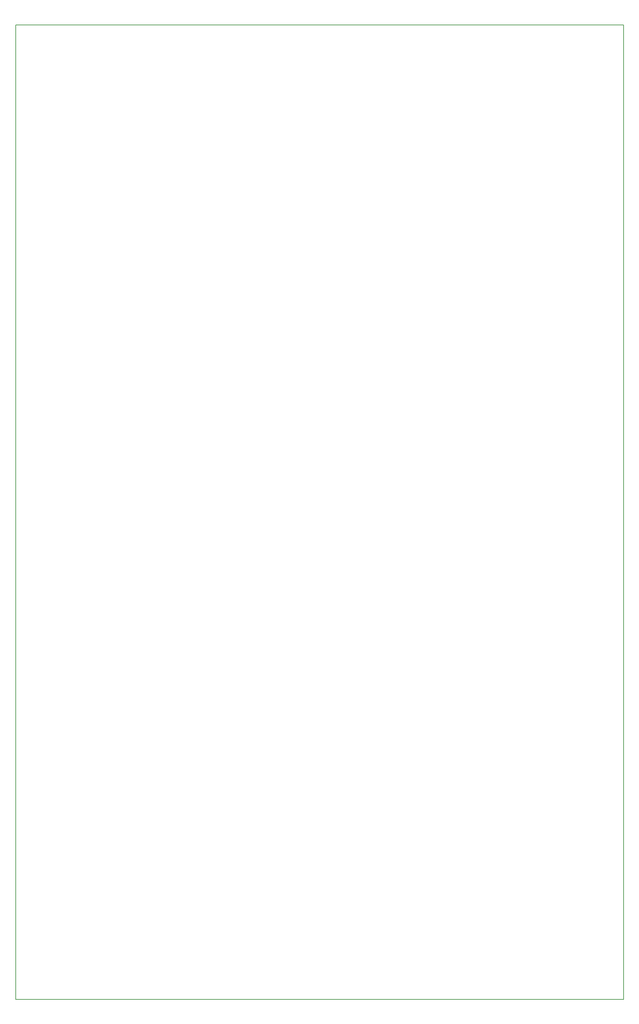
<source format=gbr>
%TF.GenerationSoftware,KiCad,Pcbnew,7.0.10*%
%TF.CreationDate,2024-02-14T22:06:42+09:00*%
%TF.ProjectId,crimping_machine,6372696d-7069-46e6-975f-6d616368696e,rev?*%
%TF.SameCoordinates,Original*%
%TF.FileFunction,Profile,NP*%
%FSLAX46Y46*%
G04 Gerber Fmt 4.6, Leading zero omitted, Abs format (unit mm)*
G04 Created by KiCad (PCBNEW 7.0.10) date 2024-02-14 22:06:42*
%MOMM*%
%LPD*%
G01*
G04 APERTURE LIST*
%TA.AperFunction,Profile*%
%ADD10C,0.200000*%
%TD*%
G04 APERTURE END LIST*
D10*
X-515620000Y86360000D02*
X-358648000Y86360000D01*
X-358648000Y-165100000D01*
X-515620000Y-165100000D01*
X-515620000Y86360000D01*
M02*

</source>
